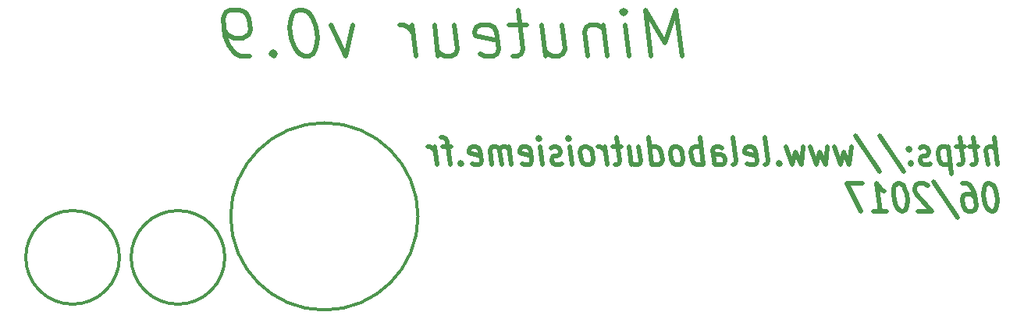
<source format=gbr>
G04 #@! TF.FileFunction,Legend,Bot*
%FSLAX46Y46*%
G04 Gerber Fmt 4.6, Leading zero omitted, Abs format (unit mm)*
G04 Created by KiCad (PCBNEW 4.0.6) date Friday 09 June 2017 00:17:03*
%MOMM*%
%LPD*%
G01*
G04 APERTURE LIST*
%ADD10C,0.100000*%
%ADD11C,0.500000*%
%ADD12C,0.300000*%
G04 APERTURE END LIST*
D10*
D11*
X183536905Y-102997143D02*
X183161905Y-99997143D01*
X182465476Y-102997143D02*
X182269047Y-101425714D01*
X182352381Y-101140000D01*
X182572619Y-100997143D01*
X182929762Y-100997143D01*
X183185714Y-101140000D01*
X183322619Y-101282857D01*
X181382143Y-100997143D02*
X180429762Y-100997143D01*
X180900000Y-99997143D02*
X181221428Y-102568571D01*
X181138095Y-102854286D01*
X180917857Y-102997143D01*
X180679762Y-102997143D01*
X179953572Y-100997143D02*
X179001191Y-100997143D01*
X179471429Y-99997143D02*
X179792857Y-102568571D01*
X179709524Y-102854286D01*
X179489286Y-102997143D01*
X179251191Y-102997143D01*
X178167858Y-100997143D02*
X178542858Y-103997143D01*
X178185715Y-101140000D02*
X177929763Y-100997143D01*
X177453572Y-100997143D01*
X177233334Y-101140000D01*
X177132143Y-101282857D01*
X177048810Y-101568571D01*
X177155953Y-102425714D01*
X177310715Y-102711429D01*
X177447620Y-102854286D01*
X177703572Y-102997143D01*
X178179763Y-102997143D01*
X178400001Y-102854286D01*
X176257144Y-102854286D02*
X176036905Y-102997143D01*
X175560715Y-102997143D01*
X175304763Y-102854286D01*
X175150000Y-102568571D01*
X175132143Y-102425714D01*
X175215477Y-102140000D01*
X175435715Y-101997143D01*
X175792858Y-101997143D01*
X176013096Y-101854286D01*
X176096429Y-101568571D01*
X176078572Y-101425714D01*
X175923810Y-101140000D01*
X175667858Y-100997143D01*
X175310715Y-100997143D01*
X175090477Y-101140000D01*
X174096429Y-102711429D02*
X173995238Y-102854286D01*
X174132143Y-102997143D01*
X174233334Y-102854286D01*
X174096429Y-102711429D01*
X174132143Y-102997143D01*
X173900000Y-101140000D02*
X173798809Y-101282857D01*
X173935714Y-101425714D01*
X174036905Y-101282857D01*
X173900000Y-101140000D01*
X173935714Y-101425714D01*
X170763096Y-99854286D02*
X173388096Y-103711429D01*
X168144048Y-99854286D02*
X170769048Y-103711429D01*
X167691666Y-100997143D02*
X167465476Y-102997143D01*
X166810713Y-101568571D01*
X166513095Y-102997143D01*
X165786904Y-100997143D01*
X165072618Y-100997143D02*
X164846428Y-102997143D01*
X164191665Y-101568571D01*
X163894047Y-102997143D01*
X163167856Y-100997143D01*
X162453570Y-100997143D02*
X162227380Y-102997143D01*
X161572617Y-101568571D01*
X161274999Y-102997143D01*
X160548808Y-100997143D01*
X159810713Y-102711429D02*
X159709522Y-102854286D01*
X159846427Y-102997143D01*
X159947618Y-102854286D01*
X159810713Y-102711429D01*
X159846427Y-102997143D01*
X158298808Y-102997143D02*
X158519046Y-102854286D01*
X158602379Y-102568571D01*
X158280951Y-99997143D01*
X156376189Y-102854286D02*
X156632141Y-102997143D01*
X157108332Y-102997143D01*
X157328570Y-102854286D01*
X157411903Y-102568571D01*
X157269046Y-101425714D01*
X157114284Y-101140000D01*
X156858332Y-100997143D01*
X156382141Y-100997143D01*
X156161903Y-101140000D01*
X156078569Y-101425714D01*
X156114284Y-101711429D01*
X157340475Y-101997143D01*
X154846427Y-102997143D02*
X155066665Y-102854286D01*
X155149998Y-102568571D01*
X154828570Y-99997143D01*
X152822617Y-102997143D02*
X152626188Y-101425714D01*
X152709522Y-101140000D01*
X152929760Y-100997143D01*
X153405951Y-100997143D01*
X153661903Y-101140000D01*
X152804760Y-102854286D02*
X153060713Y-102997143D01*
X153655951Y-102997143D01*
X153876189Y-102854286D01*
X153959522Y-102568571D01*
X153923808Y-102282857D01*
X153769046Y-101997143D01*
X153513094Y-101854286D01*
X152917856Y-101854286D01*
X152661903Y-101711429D01*
X151632141Y-102997143D02*
X151257141Y-99997143D01*
X151399998Y-101140000D02*
X151144046Y-100997143D01*
X150667855Y-100997143D01*
X150447617Y-101140000D01*
X150346426Y-101282857D01*
X150263093Y-101568571D01*
X150370236Y-102425714D01*
X150524998Y-102711429D01*
X150661903Y-102854286D01*
X150917855Y-102997143D01*
X151394046Y-102997143D01*
X151614284Y-102854286D01*
X149013093Y-102997143D02*
X149233331Y-102854286D01*
X149334522Y-102711429D01*
X149417855Y-102425714D01*
X149310712Y-101568571D01*
X149155950Y-101282857D01*
X149019045Y-101140000D01*
X148763093Y-100997143D01*
X148405950Y-100997143D01*
X148185712Y-101140000D01*
X148084521Y-101282857D01*
X148001188Y-101568571D01*
X148108331Y-102425714D01*
X148263093Y-102711429D01*
X148399998Y-102854286D01*
X148655950Y-102997143D01*
X149013093Y-102997143D01*
X146036902Y-102997143D02*
X145661902Y-99997143D01*
X146019045Y-102854286D02*
X146274998Y-102997143D01*
X146751188Y-102997143D01*
X146971426Y-102854286D01*
X147072617Y-102711429D01*
X147155950Y-102425714D01*
X147048807Y-101568571D01*
X146894045Y-101282857D01*
X146757140Y-101140000D01*
X146501188Y-100997143D01*
X146024998Y-100997143D01*
X145804759Y-101140000D01*
X143524997Y-100997143D02*
X143774997Y-102997143D01*
X144596426Y-100997143D02*
X144792854Y-102568571D01*
X144709521Y-102854286D01*
X144489283Y-102997143D01*
X144132140Y-102997143D01*
X143876188Y-102854286D01*
X143739283Y-102711429D01*
X142691664Y-100997143D02*
X141739283Y-100997143D01*
X142209521Y-99997143D02*
X142530949Y-102568571D01*
X142447616Y-102854286D01*
X142227378Y-102997143D01*
X141989283Y-102997143D01*
X141155950Y-102997143D02*
X140905950Y-100997143D01*
X140977378Y-101568571D02*
X140822616Y-101282857D01*
X140685712Y-101140000D01*
X140429759Y-100997143D01*
X140191664Y-100997143D01*
X139251188Y-102997143D02*
X139471426Y-102854286D01*
X139572617Y-102711429D01*
X139655950Y-102425714D01*
X139548807Y-101568571D01*
X139394045Y-101282857D01*
X139257140Y-101140000D01*
X139001188Y-100997143D01*
X138644045Y-100997143D01*
X138423807Y-101140000D01*
X138322616Y-101282857D01*
X138239283Y-101568571D01*
X138346426Y-102425714D01*
X138501188Y-102711429D01*
X138638093Y-102854286D01*
X138894045Y-102997143D01*
X139251188Y-102997143D01*
X137346426Y-102997143D02*
X137096426Y-100997143D01*
X136971426Y-99997143D02*
X137108331Y-100140000D01*
X137007140Y-100282857D01*
X136870235Y-100140000D01*
X136971426Y-99997143D01*
X137007140Y-100282857D01*
X136257141Y-102854286D02*
X136036902Y-102997143D01*
X135560712Y-102997143D01*
X135304760Y-102854286D01*
X135149997Y-102568571D01*
X135132140Y-102425714D01*
X135215474Y-102140000D01*
X135435712Y-101997143D01*
X135792855Y-101997143D01*
X136013093Y-101854286D01*
X136096426Y-101568571D01*
X136078569Y-101425714D01*
X135923807Y-101140000D01*
X135667855Y-100997143D01*
X135310712Y-100997143D01*
X135090474Y-101140000D01*
X134132140Y-102997143D02*
X133882140Y-100997143D01*
X133757140Y-99997143D02*
X133894045Y-100140000D01*
X133792854Y-100282857D01*
X133655949Y-100140000D01*
X133757140Y-99997143D01*
X133792854Y-100282857D01*
X131971426Y-102854286D02*
X132227378Y-102997143D01*
X132703569Y-102997143D01*
X132923807Y-102854286D01*
X133007140Y-102568571D01*
X132864283Y-101425714D01*
X132709521Y-101140000D01*
X132453569Y-100997143D01*
X131977378Y-100997143D01*
X131757140Y-101140000D01*
X131673806Y-101425714D01*
X131709521Y-101711429D01*
X132935712Y-101997143D01*
X130798807Y-102997143D02*
X130548807Y-100997143D01*
X130584521Y-101282857D02*
X130447616Y-101140000D01*
X130191664Y-100997143D01*
X129834521Y-100997143D01*
X129614283Y-101140000D01*
X129530949Y-101425714D01*
X129727378Y-102997143D01*
X129530949Y-101425714D02*
X129376188Y-101140000D01*
X129120235Y-100997143D01*
X128763093Y-100997143D01*
X128542854Y-101140000D01*
X128459521Y-101425714D01*
X128655950Y-102997143D01*
X126495236Y-102854286D02*
X126751188Y-102997143D01*
X127227379Y-102997143D01*
X127447617Y-102854286D01*
X127530950Y-102568571D01*
X127388093Y-101425714D01*
X127233331Y-101140000D01*
X126977379Y-100997143D01*
X126501188Y-100997143D01*
X126280950Y-101140000D01*
X126197616Y-101425714D01*
X126233331Y-101711429D01*
X127459522Y-101997143D01*
X125286903Y-102711429D02*
X125185712Y-102854286D01*
X125322617Y-102997143D01*
X125423808Y-102854286D01*
X125286903Y-102711429D01*
X125322617Y-102997143D01*
X124239284Y-100997143D02*
X123286903Y-100997143D01*
X124132141Y-102997143D02*
X123810712Y-100425714D01*
X123655950Y-100140000D01*
X123399998Y-99997143D01*
X123161903Y-99997143D01*
X122703570Y-102997143D02*
X122453570Y-100997143D01*
X122524998Y-101568571D02*
X122370236Y-101282857D01*
X122233332Y-101140000D01*
X121977379Y-100997143D01*
X121739284Y-100997143D01*
X182685714Y-104997143D02*
X182447619Y-104997143D01*
X182227381Y-105140000D01*
X182126190Y-105282857D01*
X182042857Y-105568571D01*
X181995238Y-106140000D01*
X182084524Y-106854286D01*
X182275000Y-107425714D01*
X182429762Y-107711429D01*
X182566667Y-107854286D01*
X182822619Y-107997143D01*
X183060714Y-107997143D01*
X183280953Y-107854286D01*
X183382143Y-107711429D01*
X183465476Y-107425714D01*
X183513096Y-106854286D01*
X183423810Y-106140000D01*
X183233333Y-105568571D01*
X183078571Y-105282857D01*
X182941667Y-105140000D01*
X182685714Y-104997143D01*
X179709524Y-104997143D02*
X180185715Y-104997143D01*
X180441667Y-105140000D01*
X180578572Y-105282857D01*
X180870239Y-105711429D01*
X181060715Y-106282857D01*
X181203572Y-107425714D01*
X181120239Y-107711429D01*
X181019048Y-107854286D01*
X180798810Y-107997143D01*
X180322620Y-107997143D01*
X180066667Y-107854286D01*
X179929763Y-107711429D01*
X179775000Y-107425714D01*
X179685715Y-106711429D01*
X179769048Y-106425714D01*
X179870238Y-106282857D01*
X180090477Y-106140000D01*
X180566667Y-106140000D01*
X180822619Y-106282857D01*
X180959524Y-106425714D01*
X181114287Y-106711429D01*
X176596430Y-104854286D02*
X179221430Y-108711429D01*
X175935715Y-105282857D02*
X175798810Y-105140000D01*
X175542858Y-104997143D01*
X174947620Y-104997143D01*
X174727381Y-105140000D01*
X174626191Y-105282857D01*
X174542857Y-105568571D01*
X174578572Y-105854286D01*
X174751191Y-106282857D01*
X176394048Y-107997143D01*
X174846429Y-107997143D01*
X172923810Y-104997143D02*
X172685715Y-104997143D01*
X172465477Y-105140000D01*
X172364286Y-105282857D01*
X172280953Y-105568571D01*
X172233334Y-106140000D01*
X172322620Y-106854286D01*
X172513096Y-107425714D01*
X172667858Y-107711429D01*
X172804763Y-107854286D01*
X173060715Y-107997143D01*
X173298810Y-107997143D01*
X173519049Y-107854286D01*
X173620239Y-107711429D01*
X173703572Y-107425714D01*
X173751192Y-106854286D01*
X173661906Y-106140000D01*
X173471429Y-105568571D01*
X173316667Y-105282857D01*
X173179763Y-105140000D01*
X172923810Y-104997143D01*
X170084525Y-107997143D02*
X171513097Y-107997143D01*
X170798811Y-107997143D02*
X170423811Y-104997143D01*
X170715477Y-105425714D01*
X170989287Y-105711429D01*
X171245240Y-105854286D01*
X168876192Y-104997143D02*
X167209525Y-104997143D01*
X168655954Y-107997143D01*
X149274762Y-91161905D02*
X148649762Y-86161905D01*
X147429524Y-89733333D01*
X145316428Y-86161905D01*
X145941428Y-91161905D01*
X143560476Y-91161905D02*
X143143809Y-87828571D01*
X142935476Y-86161905D02*
X143203333Y-86400000D01*
X142995000Y-86638095D01*
X142727143Y-86400000D01*
X142935476Y-86161905D01*
X142995000Y-86638095D01*
X140762857Y-87828571D02*
X141179524Y-91161905D01*
X140822381Y-88304762D02*
X140554524Y-88066667D01*
X140048571Y-87828571D01*
X139334285Y-87828571D01*
X138887857Y-88066667D01*
X138709286Y-88542857D01*
X139036667Y-91161905D01*
X134096190Y-87828571D02*
X134512857Y-91161905D01*
X136239047Y-87828571D02*
X136566428Y-90447619D01*
X136387857Y-90923810D01*
X135941428Y-91161905D01*
X135227142Y-91161905D01*
X134721190Y-90923810D01*
X134453333Y-90685714D01*
X132429523Y-87828571D02*
X130524761Y-87828571D01*
X131506904Y-86161905D02*
X132042618Y-90447619D01*
X131864047Y-90923810D01*
X131417618Y-91161905D01*
X130941428Y-91161905D01*
X127340237Y-90923810D02*
X127846189Y-91161905D01*
X128798570Y-91161905D01*
X129244999Y-90923810D01*
X129423570Y-90447619D01*
X129185475Y-88542857D01*
X128887856Y-88066667D01*
X128381903Y-87828571D01*
X127429522Y-87828571D01*
X126983094Y-88066667D01*
X126804523Y-88542857D01*
X126864047Y-89019048D01*
X129304523Y-89495238D01*
X122429523Y-87828571D02*
X122846190Y-91161905D01*
X124572380Y-87828571D02*
X124899761Y-90447619D01*
X124721190Y-90923810D01*
X124274761Y-91161905D01*
X123560475Y-91161905D01*
X123054523Y-90923810D01*
X122786666Y-90685714D01*
X120465237Y-91161905D02*
X120048570Y-87828571D01*
X120167618Y-88780952D02*
X119869999Y-88304762D01*
X119602141Y-88066667D01*
X119096189Y-87828571D01*
X118619998Y-87828571D01*
X113619998Y-87828571D02*
X112846189Y-91161905D01*
X111239046Y-87828571D01*
X108173570Y-86161905D02*
X107697379Y-86161905D01*
X107250951Y-86400000D01*
X107042618Y-86638095D01*
X106864046Y-87114286D01*
X106744998Y-88066667D01*
X106893808Y-89257143D01*
X107250950Y-90209524D01*
X107548570Y-90685714D01*
X107816427Y-90923810D01*
X108322379Y-91161905D01*
X108798570Y-91161905D01*
X109244998Y-90923810D01*
X109453332Y-90685714D01*
X109631903Y-90209524D01*
X109750951Y-89257143D01*
X109602141Y-88066667D01*
X109244999Y-87114286D01*
X108947380Y-86638095D01*
X108679522Y-86400000D01*
X108173570Y-86161905D01*
X104929522Y-90685714D02*
X104721189Y-90923810D01*
X104989046Y-91161905D01*
X105197379Y-90923810D01*
X104929522Y-90685714D01*
X104989046Y-91161905D01*
X102369999Y-91161905D02*
X101417618Y-91161905D01*
X100911665Y-90923810D01*
X100643808Y-90685714D01*
X100078332Y-89971429D01*
X99721189Y-89019048D01*
X99483094Y-87114286D01*
X99661665Y-86638095D01*
X99869999Y-86400000D01*
X100316427Y-86161905D01*
X101268808Y-86161905D01*
X101774761Y-86400000D01*
X102042618Y-86638095D01*
X102340237Y-87114286D01*
X102489046Y-88304762D01*
X102310475Y-88780952D01*
X102102142Y-89019048D01*
X101655713Y-89257143D01*
X100703332Y-89257143D01*
X100197380Y-89019048D01*
X99929522Y-88780952D01*
X99631903Y-88304762D01*
D12*
X88265000Y-113030000D02*
G75*
G03X88265000Y-113030000I-5080000J0D01*
G01*
X99695000Y-113030000D02*
G75*
G03X99695000Y-113030000I-5080000J0D01*
G01*
X120650000Y-108585000D02*
G75*
G03X120650000Y-108585000I-10160000J0D01*
G01*
M02*

</source>
